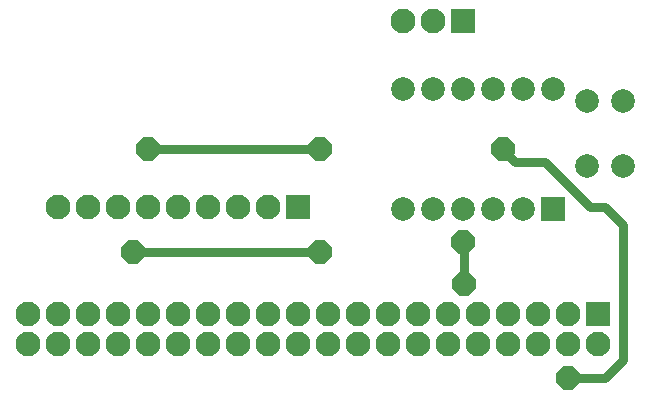
<source format=gbr>
G04 EasyPC Gerber Version 20.0.2 Build 4112 *
%FSLAX35Y35*%
%MOIN*%
%AMT28*0 Octagon Pad at angle 0*4,1,8,-0.01631,-0.03937,0.01631,-0.03937,0.03937,-0.01631,0.03937,0.01631,0.01631,0.03937,-0.01631,0.03937,-0.03937,0.01631,-0.03937,-0.01631,-0.01631,-0.03937,0*%
%ADD28T28*%
%ADD18R,0.07874X0.07874*%
%ADD71R,0.08268X0.08268*%
%ADD122C,0.02953*%
%ADD19C,0.07874*%
%ADD20C,0.08268*%
X0Y0D02*
D02*
D18*
X195600Y70600D03*
D02*
D19*
X145600D03*
Y110600D03*
X155600Y70600D03*
Y110600D03*
X165600Y70600D03*
Y110600D03*
X175600Y70600D03*
Y110600D03*
X185600Y70600D03*
Y110600D03*
X195600D03*
X207100Y84773D03*
Y106427D03*
X219100Y84773D03*
Y106427D03*
D02*
D71*
X110600Y71100D03*
X165600Y133100D03*
X210600Y35600D03*
D02*
D20*
X20600Y25600D03*
Y35600D03*
X30600Y25600D03*
Y35600D03*
Y71100D03*
X40600Y25600D03*
Y35600D03*
Y71100D03*
X50600Y25600D03*
Y35600D03*
Y71100D03*
X60600Y25600D03*
Y35600D03*
Y71100D03*
X70600Y25600D03*
Y35600D03*
Y71100D03*
X80600Y25600D03*
Y35600D03*
Y71100D03*
X90600Y25600D03*
Y35600D03*
Y71100D03*
X100600Y25600D03*
Y35600D03*
Y71100D03*
X110600Y25600D03*
Y35600D03*
X120600Y25600D03*
Y35600D03*
X130600Y25600D03*
Y35600D03*
X140600Y25600D03*
Y35600D03*
X145600Y133100D03*
X150600Y25600D03*
Y35600D03*
X155600Y133100D03*
X160600Y25600D03*
Y35600D03*
X170600Y25600D03*
Y35600D03*
X180600Y25600D03*
Y35600D03*
X190600Y25600D03*
Y35600D03*
X200600Y25600D03*
Y35600D03*
X210600Y25600D03*
D02*
D28*
X55600Y56100D03*
X60600Y90600D03*
X118100Y56100D03*
Y90600D03*
X165600Y59600D03*
X165850Y45600D03*
X178850Y90600D03*
X200600Y14350D03*
D02*
D122*
X55600Y56100D02*
X118100D01*
Y90600D02*
X60600D01*
X165850Y45600D02*
Y59600D01*
X165600*
X200600Y14350D02*
X212850D01*
X218850Y20350*
Y65350*
X212850Y71350*
X208100*
X193100Y86350*
X183100*
X178850Y90600*
X0Y0D02*
M02*

</source>
